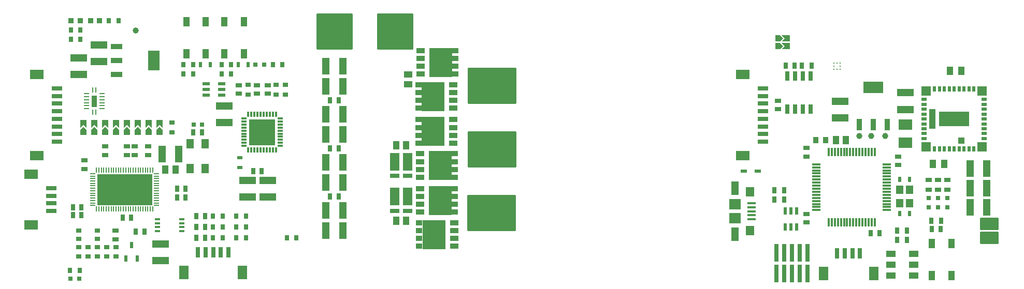
<source format=gtp>
G04*
G04 #@! TF.GenerationSoftware,Altium Limited,Altium Designer,21.0.8 (223)*
G04*
G04 Layer_Color=8421504*
%FSLAX25Y25*%
%MOIN*%
G70*
G04*
G04 #@! TF.SameCoordinates,386B6A0C-B290-4CC1-8F2B-2C95A909E97D*
G04*
G04*
G04 #@! TF.FilePolarity,Positive*
G04*
G01*
G75*
%ADD10C,0.03937*%
%ADD11R,0.03937X0.03150*%
%ADD12R,0.03150X0.03150*%
G04:AMPARAMS|DCode=13|XSize=118.11mil|YSize=78.74mil|CornerRadius=3.94mil|HoleSize=0mil|Usage=FLASHONLY|Rotation=0.000|XOffset=0mil|YOffset=0mil|HoleType=Round|Shape=RoundedRectangle|*
%AMROUNDEDRECTD13*
21,1,0.11811,0.07087,0,0,0.0*
21,1,0.11024,0.07874,0,0,0.0*
1,1,0.00787,0.05512,-0.03543*
1,1,0.00787,-0.05512,-0.03543*
1,1,0.00787,-0.05512,0.03543*
1,1,0.00787,0.05512,0.03543*
%
%ADD13ROUNDEDRECTD13*%
%ADD14R,0.02756X0.07087*%
%ADD15R,0.06299X0.08661*%
%ADD16R,0.08661X0.06299*%
%ADD17R,0.07087X0.02756*%
%ADD18R,0.03937X0.06102*%
%ADD19R,0.04528X0.05512*%
%ADD20R,0.01173X0.05807*%
%ADD21R,0.05807X0.01173*%
%ADD22C,0.01181*%
%ADD23R,0.04134X0.05512*%
%ADD24R,0.12598X0.07480*%
%ADD25R,0.03543X0.07480*%
%ADD26R,0.03937X0.12992*%
%ADD27R,0.04409X0.04134*%
%ADD28R,0.19685X0.09252*%
%ADD29R,0.03740X0.01968*%
%ADD30R,0.06496X0.06496*%
%ADD31R,0.01968X0.03740*%
%ADD32R,0.11102X0.05118*%
%ADD33R,0.08858X0.06890*%
%ADD34R,0.05118X0.11102*%
%ADD35R,0.02559X0.11221*%
%ADD36R,0.03150X0.03937*%
%ADD37R,0.02362X0.04528*%
%ADD38R,0.03858X0.03071*%
%ADD39R,0.03071X0.03858*%
%ADD40R,0.02559X0.06004*%
%ADD41R,0.05315X0.01575*%
%ADD42R,0.05512X0.06299*%
%ADD43R,0.05118X0.09055*%
%ADD44R,0.07480X0.07087*%
%ADD45R,0.04016X0.05787*%
%ADD46R,0.02126X0.03701*%
%ADD47R,0.04134X0.01968*%
%ADD48R,0.03543X0.03937*%
%ADD49R,0.06299X0.03937*%
%ADD57R,0.03150X0.03150*%
%ADD58R,0.03150X0.03740*%
%ADD59R,0.05709X0.03347*%
%ADD60R,0.04134X0.03347*%
%ADD61R,0.14764X0.18504*%
%ADD62R,0.03701X0.02126*%
%ADD63R,0.05886X0.11614*%
%ADD64R,0.05886X0.02756*%
G04:AMPARAMS|DCode=65|XSize=236.22mil|YSize=236.22mil|CornerRadius=11.81mil|HoleSize=0mil|Usage=FLASHONLY|Rotation=0.000|XOffset=0mil|YOffset=0mil|HoleType=Round|Shape=RoundedRectangle|*
%AMROUNDEDRECTD65*
21,1,0.23622,0.21260,0,0,0.0*
21,1,0.21260,0.23622,0,0,0.0*
1,1,0.02362,0.10630,-0.10630*
1,1,0.02362,-0.10630,-0.10630*
1,1,0.02362,-0.10630,0.10630*
1,1,0.02362,0.10630,0.10630*
%
%ADD65ROUNDEDRECTD65*%
%ADD66R,0.02362X0.04331*%
G04:AMPARAMS|DCode=67|XSize=314.96mil|YSize=236.22mil|CornerRadius=11.81mil|HoleSize=0mil|Usage=FLASHONLY|Rotation=180.000|XOffset=0mil|YOffset=0mil|HoleType=Round|Shape=RoundedRectangle|*
%AMROUNDEDRECTD67*
21,1,0.31496,0.21260,0,0,180.0*
21,1,0.29134,0.23622,0,0,180.0*
1,1,0.02362,-0.14567,0.10630*
1,1,0.02362,0.14567,0.10630*
1,1,0.02362,0.14567,-0.10630*
1,1,0.02362,-0.14567,-0.10630*
%
%ADD67ROUNDEDRECTD67*%
%ADD68R,0.04528X0.02362*%
%ADD69R,0.03543X0.07480*%
%ADD70R,0.00945X0.03543*%
%ADD71R,0.03543X0.00945*%
%ADD72R,0.01181X0.03543*%
%ADD73R,0.03543X0.01181*%
%ADD74R,0.16732X0.16732*%
%ADD75R,0.03740X0.01772*%
%ADD76R,0.03740X0.03150*%
%ADD77R,0.35827X0.20079*%
%ADD78R,0.00787X0.03347*%
%ADD79R,0.03347X0.00787*%
%ADD80R,0.07480X0.12598*%
%ADD81R,0.07480X0.03543*%
%ADD82R,0.02559X0.02756*%
%ADD83R,0.05787X0.04016*%
%ADD84R,0.03543X0.03740*%
%ADD85R,0.03701X0.03150*%
%ADD86R,0.05118X0.06299*%
G36*
X713797Y443465D02*
X708482D01*
X710450Y445433D01*
X708482Y447402D01*
X713797D01*
Y443465D01*
D02*
G37*
G36*
X709466Y445433D02*
X707497Y443465D01*
X704348D01*
Y447402D01*
X707497D01*
X709466Y445433D01*
D02*
G37*
G36*
X713797Y438465D02*
X708482D01*
X710450Y440433D01*
X708482Y442402D01*
X713797D01*
Y438465D01*
D02*
G37*
G36*
X709466Y440433D02*
X707497Y438465D01*
X704348D01*
Y442402D01*
X707497D01*
X709466Y440433D01*
D02*
G37*
G36*
X310129Y387665D02*
X308160Y389633D01*
X306192Y387664D01*
X306192Y392657D01*
X310129D01*
X310129Y387665D01*
D02*
G37*
G36*
X303129D02*
X301160Y389633D01*
X299192Y387664D01*
X299192Y392657D01*
X303129D01*
X303129Y387665D01*
D02*
G37*
G36*
X296129D02*
X294160Y389633D01*
X292192Y387664D01*
X292192Y392657D01*
X296129D01*
X296129Y387665D01*
D02*
G37*
G36*
X289129D02*
X287160Y389633D01*
X285192Y387664D01*
X285192Y392657D01*
X289129D01*
X289129Y387665D01*
D02*
G37*
G36*
X282129D02*
X280160Y389633D01*
X278192Y387664D01*
X278192Y392657D01*
X282129D01*
X282129Y387665D01*
D02*
G37*
G36*
X275129D02*
X273160Y389633D01*
X271192Y387664D01*
X271192Y392657D01*
X275129D01*
X275129Y387665D01*
D02*
G37*
G36*
X268129D02*
X266160Y389633D01*
X264192Y387664D01*
X264192Y392657D01*
X268129D01*
X268129Y387665D01*
D02*
G37*
G36*
X261129D02*
X259160Y389633D01*
X257192Y387664D01*
X257192Y392657D01*
X261129D01*
X261129Y387665D01*
D02*
G37*
G36*
X310129Y386358D02*
Y383209D01*
X306192D01*
Y386358D01*
X308160Y388327D01*
X310129Y386358D01*
D02*
G37*
G36*
X303129D02*
Y383209D01*
X299192D01*
Y386358D01*
X301160Y388327D01*
X303129Y386358D01*
D02*
G37*
G36*
X296129D02*
Y383209D01*
X292192D01*
Y386358D01*
X294160Y388327D01*
X296129Y386358D01*
D02*
G37*
G36*
X289129D02*
Y383209D01*
X285192D01*
Y386358D01*
X287160Y388327D01*
X289129Y386358D01*
D02*
G37*
G36*
X282129D02*
Y383209D01*
X278192D01*
Y386358D01*
X280160Y388327D01*
X282129Y386358D01*
D02*
G37*
G36*
X275129D02*
Y383209D01*
X271192D01*
Y386358D01*
X273160Y388327D01*
X275129Y386358D01*
D02*
G37*
G36*
X268129D02*
Y383209D01*
X264192D01*
Y386358D01*
X266160Y388327D01*
X268129Y386358D01*
D02*
G37*
G36*
X261129D02*
Y383209D01*
X257192D01*
Y386358D01*
X259160Y388327D01*
X261129Y386358D01*
D02*
G37*
D10*
X775072Y382433D02*
D03*
X758572D02*
D03*
X766072D02*
D03*
X292660Y450433D02*
D03*
D11*
X815072Y347783D02*
D03*
Y354083D02*
D03*
X809072Y347783D02*
D03*
Y354083D02*
D03*
X803072Y347783D02*
D03*
Y354083D02*
D03*
D12*
X815072Y336480D02*
D03*
Y342386D02*
D03*
X809072Y336480D02*
D03*
Y342386D02*
D03*
X803065Y336543D02*
D03*
Y342449D02*
D03*
D13*
X842072Y316933D02*
D03*
Y325933D02*
D03*
D14*
X744190Y306776D02*
D03*
X749112D02*
D03*
X754033D02*
D03*
X758954D02*
D03*
X332818Y307457D02*
D03*
X337739D02*
D03*
X342660D02*
D03*
X347581D02*
D03*
X352503D02*
D03*
D15*
X767812Y293783D02*
D03*
X735332D02*
D03*
X361361Y294465D02*
D03*
X323959D02*
D03*
D16*
X683572Y422016D02*
D03*
Y369850D02*
D03*
X225511Y357673D02*
D03*
Y325193D02*
D03*
X229160Y369850D02*
D03*
Y422016D02*
D03*
D17*
X696564Y378709D02*
D03*
Y383630D02*
D03*
Y388551D02*
D03*
Y393472D02*
D03*
Y398394D02*
D03*
Y403315D02*
D03*
Y408236D02*
D03*
Y413158D02*
D03*
X238503Y334051D02*
D03*
Y338972D02*
D03*
Y343894D02*
D03*
Y348815D02*
D03*
X242152Y413158D02*
D03*
Y408236D02*
D03*
Y403315D02*
D03*
Y398394D02*
D03*
Y393472D02*
D03*
Y388551D02*
D03*
Y383630D02*
D03*
Y378709D02*
D03*
D18*
X805273Y292598D02*
D03*
Y313268D02*
D03*
X817871Y292598D02*
D03*
Y313268D02*
D03*
X325361Y435598D02*
D03*
Y456268D02*
D03*
X337959Y435598D02*
D03*
Y456268D02*
D03*
X362459D02*
D03*
Y435598D02*
D03*
X349861Y456268D02*
D03*
Y435598D02*
D03*
D19*
X790722Y339102D02*
D03*
Y347764D02*
D03*
X784423D02*
D03*
Y339102D02*
D03*
D20*
X768336Y326842D02*
D03*
X766367D02*
D03*
X764399D02*
D03*
X762430D02*
D03*
X760462D02*
D03*
X758494D02*
D03*
X756525D02*
D03*
X754556D02*
D03*
X752588D02*
D03*
X750619D02*
D03*
X748651D02*
D03*
X746682D02*
D03*
X744714D02*
D03*
X742745D02*
D03*
X740777D02*
D03*
X738808D02*
D03*
Y372024D02*
D03*
X740777D02*
D03*
X742745D02*
D03*
X744714D02*
D03*
X746682D02*
D03*
X748651D02*
D03*
X750619D02*
D03*
X752588D02*
D03*
X754556D02*
D03*
X756525D02*
D03*
X758494D02*
D03*
X760462D02*
D03*
X762430D02*
D03*
X764399D02*
D03*
X766367D02*
D03*
X768336D02*
D03*
D21*
X730982Y334669D02*
D03*
Y336638D02*
D03*
Y338606D02*
D03*
Y340575D02*
D03*
Y342543D02*
D03*
Y344512D02*
D03*
Y346480D02*
D03*
Y348449D02*
D03*
Y350417D02*
D03*
Y352386D02*
D03*
Y354354D02*
D03*
Y356323D02*
D03*
Y358291D02*
D03*
Y360260D02*
D03*
Y362228D02*
D03*
Y364197D02*
D03*
X776163D02*
D03*
Y362228D02*
D03*
Y360260D02*
D03*
Y358291D02*
D03*
Y356323D02*
D03*
Y354354D02*
D03*
Y352386D02*
D03*
Y350417D02*
D03*
Y348449D02*
D03*
Y346480D02*
D03*
Y344512D02*
D03*
Y342543D02*
D03*
Y340575D02*
D03*
Y338606D02*
D03*
Y336638D02*
D03*
Y334669D02*
D03*
D22*
X746041Y429402D02*
D03*
Y427433D02*
D03*
Y425465D02*
D03*
X744072Y429402D02*
D03*
Y425465D02*
D03*
X742104Y429402D02*
D03*
Y427433D02*
D03*
Y425465D02*
D03*
X712072Y445433D02*
D03*
X706072D02*
D03*
X712072Y440433D02*
D03*
X706072D02*
D03*
X308160Y390933D02*
D03*
Y384933D02*
D03*
X280160Y390933D02*
D03*
Y384933D02*
D03*
X301160Y390933D02*
D03*
Y384933D02*
D03*
X294160Y390933D02*
D03*
Y384933D02*
D03*
X287160Y390933D02*
D03*
Y384933D02*
D03*
X273160Y390933D02*
D03*
Y384933D02*
D03*
X266160Y390933D02*
D03*
Y384933D02*
D03*
X259160Y390933D02*
D03*
Y384933D02*
D03*
D23*
X816832Y424433D02*
D03*
X824312D02*
D03*
X805832Y364433D02*
D03*
X813312D02*
D03*
D24*
X767572Y413941D02*
D03*
D25*
X776627Y389925D02*
D03*
X767572D02*
D03*
X758517D02*
D03*
D26*
X805399Y393433D02*
D03*
D27*
X824245Y379358D02*
D03*
D28*
X819572Y393433D02*
D03*
D29*
X838962Y406032D02*
D03*
Y402882D02*
D03*
Y399732D02*
D03*
Y396583D02*
D03*
Y393433D02*
D03*
Y390283D02*
D03*
Y387134D02*
D03*
Y383984D02*
D03*
Y380835D02*
D03*
X800182D02*
D03*
Y383984D02*
D03*
Y387134D02*
D03*
Y390283D02*
D03*
Y393433D02*
D03*
Y396583D02*
D03*
Y399732D02*
D03*
Y402882D02*
D03*
Y406032D02*
D03*
D30*
X837584Y375421D02*
D03*
X801560D02*
D03*
Y411445D02*
D03*
X837584D02*
D03*
D31*
X832171Y374043D02*
D03*
X829021D02*
D03*
X825871D02*
D03*
X822722D02*
D03*
X819572D02*
D03*
X816423D02*
D03*
X813273D02*
D03*
X810123D02*
D03*
X806974D02*
D03*
Y412823D02*
D03*
X810123D02*
D03*
X813273D02*
D03*
X816423D02*
D03*
X819572D02*
D03*
X822722D02*
D03*
X825871D02*
D03*
X829021D02*
D03*
X832171D02*
D03*
D32*
X788072Y410287D02*
D03*
Y399579D02*
D03*
X746072Y394079D02*
D03*
Y404787D02*
D03*
X308660Y302079D02*
D03*
Y312787D02*
D03*
X349660Y401787D02*
D03*
Y391079D02*
D03*
X268986Y441064D02*
D03*
Y430356D02*
D03*
X256160Y422079D02*
D03*
Y432787D02*
D03*
X364660Y343079D02*
D03*
Y353787D02*
D03*
X377660D02*
D03*
Y343079D02*
D03*
D33*
X788072Y378028D02*
D03*
Y389839D02*
D03*
D34*
X840427Y336433D02*
D03*
X829718D02*
D03*
X840427Y348933D02*
D03*
X829718D02*
D03*
X840427Y361433D02*
D03*
X829718D02*
D03*
X426014Y321433D02*
D03*
X415306D02*
D03*
X426014Y334433D02*
D03*
X415306D02*
D03*
X426014Y365433D02*
D03*
X415306D02*
D03*
X426014Y352433D02*
D03*
X415306D02*
D03*
X426014Y383433D02*
D03*
X415306D02*
D03*
X320514Y370933D02*
D03*
X309806D02*
D03*
X415306Y414433D02*
D03*
X426014D02*
D03*
X415306Y427433D02*
D03*
X426014D02*
D03*
X415306Y396433D02*
D03*
X426014D02*
D03*
D35*
X725072Y307028D02*
D03*
Y293839D02*
D03*
X720072Y307028D02*
D03*
Y293839D02*
D03*
X715072Y307028D02*
D03*
Y293839D02*
D03*
X710072Y307028D02*
D03*
Y293839D02*
D03*
X705072Y307028D02*
D03*
Y293839D02*
D03*
D36*
X804923Y327933D02*
D03*
X811222D02*
D03*
X727722Y427933D02*
D03*
X721423D02*
D03*
X703923Y347433D02*
D03*
X710222D02*
D03*
X703923Y341433D02*
D03*
X710222D02*
D03*
X789222Y315433D02*
D03*
X782923D02*
D03*
X789222Y321433D02*
D03*
X782923D02*
D03*
D37*
X710832Y334051D02*
D03*
X714572D02*
D03*
X718312D02*
D03*
Y323815D02*
D03*
X714572D02*
D03*
X710832D02*
D03*
D38*
X724572Y326677D02*
D03*
Y332189D02*
D03*
X706072Y405189D02*
D03*
Y399677D02*
D03*
X724572Y369177D02*
D03*
Y374689D02*
D03*
X783572Y363677D02*
D03*
Y369189D02*
D03*
X279660Y315921D02*
D03*
Y321433D02*
D03*
X370660Y415189D02*
D03*
Y409677D02*
D03*
X359160Y415189D02*
D03*
Y409677D02*
D03*
X259660Y361177D02*
D03*
Y366689D02*
D03*
X300660Y370177D02*
D03*
Y375689D02*
D03*
X287160D02*
D03*
Y370177D02*
D03*
X292160D02*
D03*
Y375689D02*
D03*
X273160Y370177D02*
D03*
Y375689D02*
D03*
X377660Y415189D02*
D03*
Y409677D02*
D03*
D39*
X711316Y427933D02*
D03*
X716828D02*
D03*
X765816Y319933D02*
D03*
X771328D02*
D03*
X810828Y322433D02*
D03*
X805316D02*
D03*
X417904Y343433D02*
D03*
X423416D02*
D03*
X289916Y329933D02*
D03*
X284404D02*
D03*
X417904Y374433D02*
D03*
X423416D02*
D03*
Y405433D02*
D03*
X417904D02*
D03*
X368404Y359933D02*
D03*
X373916D02*
D03*
X298416Y320933D02*
D03*
X292904D02*
D03*
X331979Y316933D02*
D03*
X337491D02*
D03*
X324916Y342933D02*
D03*
X319404D02*
D03*
X252404Y336433D02*
D03*
X257916D02*
D03*
X324916Y348433D02*
D03*
X319404D02*
D03*
X252404Y331433D02*
D03*
X257916D02*
D03*
X329904Y384933D02*
D03*
X335416D02*
D03*
X337491Y330933D02*
D03*
X331979D02*
D03*
X337491Y323933D02*
D03*
X331979D02*
D03*
D40*
X712072Y399756D02*
D03*
X717072D02*
D03*
X722072D02*
D03*
X727072D02*
D03*
Y421110D02*
D03*
X722072D02*
D03*
X717072D02*
D03*
X712072D02*
D03*
D41*
X689104Y328815D02*
D03*
Y339051D02*
D03*
Y336492D02*
D03*
Y333933D02*
D03*
Y331374D02*
D03*
D42*
X688218Y346532D02*
D03*
Y321335D02*
D03*
D43*
X678572Y348697D02*
D03*
Y319169D02*
D03*
D44*
Y338461D02*
D03*
Y329405D02*
D03*
D45*
X749722Y379933D02*
D03*
X743423D02*
D03*
X460471Y327933D02*
D03*
X466849D02*
D03*
Y376433D02*
D03*
X460471D02*
D03*
X318349Y360933D02*
D03*
X311971D02*
D03*
D46*
X784423Y332433D02*
D03*
X790722D02*
D03*
Y354433D02*
D03*
X784423D02*
D03*
X334510Y428433D02*
D03*
X340810D02*
D03*
X365210D02*
D03*
X358910D02*
D03*
D47*
X684092Y359933D02*
D03*
X693052D02*
D03*
D48*
X736722Y379933D02*
D03*
X730423D02*
D03*
D49*
X793356Y292543D02*
D03*
Y299433D02*
D03*
Y306323D02*
D03*
X778789Y292543D02*
D03*
Y299433D02*
D03*
Y306323D02*
D03*
D57*
X369707Y428433D02*
D03*
X375613D02*
D03*
X256613Y290433D02*
D03*
X250707D02*
D03*
D58*
X381011Y428433D02*
D03*
X387310D02*
D03*
X323511D02*
D03*
X329810D02*
D03*
X256810Y295933D02*
D03*
X250511D02*
D03*
X329810Y422433D02*
D03*
X323511D02*
D03*
X357510Y330933D02*
D03*
X363810D02*
D03*
X357510Y316933D02*
D03*
X363810D02*
D03*
X357510Y323933D02*
D03*
X363810D02*
D03*
X281810Y456933D02*
D03*
X275511D02*
D03*
X251010Y444933D02*
D03*
X257310D02*
D03*
X342511Y323933D02*
D03*
X348810D02*
D03*
X342511Y316933D02*
D03*
X348810D02*
D03*
X342511Y330933D02*
D03*
X348810D02*
D03*
X396310Y316933D02*
D03*
X390010D02*
D03*
X251010Y450933D02*
D03*
X257310D02*
D03*
X348010Y422433D02*
D03*
X354310D02*
D03*
Y428433D02*
D03*
X348010D02*
D03*
D59*
X497751Y311354D02*
D03*
Y316433D02*
D03*
Y321433D02*
D03*
Y326512D02*
D03*
X475707Y333354D02*
D03*
Y371012D02*
D03*
Y365933D02*
D03*
Y360933D02*
D03*
Y355854D02*
D03*
Y338433D02*
D03*
Y343433D02*
D03*
Y348512D02*
D03*
X497251Y377854D02*
D03*
Y382933D02*
D03*
Y387933D02*
D03*
Y393012D02*
D03*
Y400354D02*
D03*
Y405433D02*
D03*
Y410433D02*
D03*
Y415512D02*
D03*
X476070Y422354D02*
D03*
Y427433D02*
D03*
Y432433D02*
D03*
Y437512D02*
D03*
D60*
X475310Y326512D02*
D03*
Y321433D02*
D03*
Y316433D02*
D03*
Y311354D02*
D03*
X498148Y355854D02*
D03*
Y360933D02*
D03*
Y365933D02*
D03*
Y371012D02*
D03*
Y348512D02*
D03*
Y343433D02*
D03*
Y338433D02*
D03*
Y333354D02*
D03*
X474810Y393012D02*
D03*
Y387933D02*
D03*
Y382933D02*
D03*
Y377854D02*
D03*
Y415512D02*
D03*
Y410433D02*
D03*
Y405433D02*
D03*
Y400354D02*
D03*
X498511Y437512D02*
D03*
Y432433D02*
D03*
Y427433D02*
D03*
Y422354D02*
D03*
D61*
X484798Y318933D02*
D03*
X488660Y363433D02*
D03*
Y340933D02*
D03*
X484298Y385433D02*
D03*
Y407933D02*
D03*
X489022Y429933D02*
D03*
D62*
X359660Y368583D02*
D03*
Y362283D02*
D03*
D63*
X459369Y343433D02*
D03*
X467660D02*
D03*
Y365933D02*
D03*
X459369D02*
D03*
D64*
X467660Y334279D02*
D03*
X459369D02*
D03*
Y356780D02*
D03*
X467660D02*
D03*
D65*
X459660Y449933D02*
D03*
X420660D02*
D03*
D66*
X290160Y312264D02*
D03*
X293900Y303602D02*
D03*
X286420D02*
D03*
D67*
X522160Y414933D02*
D03*
Y373933D02*
D03*
X521660Y332933D02*
D03*
D68*
X348278Y416173D02*
D03*
Y412433D02*
D03*
Y408693D02*
D03*
X338042D02*
D03*
Y412433D02*
D03*
Y416173D02*
D03*
D69*
X266160Y404933D02*
D03*
D70*
X265176Y412020D02*
D03*
Y397847D02*
D03*
X267144D02*
D03*
Y412020D02*
D03*
D71*
X261042Y409854D02*
D03*
Y407886D02*
D03*
Y405917D02*
D03*
Y403949D02*
D03*
Y401980D02*
D03*
Y400012D02*
D03*
X271278D02*
D03*
Y401980D02*
D03*
Y403949D02*
D03*
Y405917D02*
D03*
Y407886D02*
D03*
Y409854D02*
D03*
D72*
X365302Y373319D02*
D03*
X367270D02*
D03*
X369239D02*
D03*
X371207D02*
D03*
X373176D02*
D03*
X375144D02*
D03*
X377113D02*
D03*
X379081D02*
D03*
X381050D02*
D03*
X383018D02*
D03*
Y396547D02*
D03*
X381050D02*
D03*
X379081D02*
D03*
X377113D02*
D03*
X375144D02*
D03*
X373176D02*
D03*
X371207D02*
D03*
X369239D02*
D03*
X367270D02*
D03*
X365302D02*
D03*
D73*
X385774Y376075D02*
D03*
Y378043D02*
D03*
Y380012D02*
D03*
Y381980D02*
D03*
Y383949D02*
D03*
Y385917D02*
D03*
Y387886D02*
D03*
Y389854D02*
D03*
Y391823D02*
D03*
Y393791D02*
D03*
X362546D02*
D03*
Y391823D02*
D03*
Y389854D02*
D03*
Y387886D02*
D03*
Y385917D02*
D03*
Y383949D02*
D03*
Y381980D02*
D03*
Y380012D02*
D03*
Y378043D02*
D03*
Y376075D02*
D03*
D74*
X374160Y384933D02*
D03*
D75*
X306959Y321094D02*
D03*
Y323654D02*
D03*
Y326213D02*
D03*
Y328772D02*
D03*
X322511D02*
D03*
Y326213D02*
D03*
Y323654D02*
D03*
Y321094D02*
D03*
D76*
X280160Y304634D02*
D03*
Y310933D02*
D03*
X268160D02*
D03*
Y304634D02*
D03*
X389160Y415583D02*
D03*
Y409283D02*
D03*
X316160Y384784D02*
D03*
Y391083D02*
D03*
X274160Y310933D02*
D03*
Y304634D02*
D03*
X262160D02*
D03*
Y310933D02*
D03*
X256160Y304634D02*
D03*
Y310933D02*
D03*
X383160Y409283D02*
D03*
Y415583D02*
D03*
X365160D02*
D03*
Y409283D02*
D03*
D77*
X285660Y347933D02*
D03*
D78*
X267550Y360531D02*
D03*
X269125D02*
D03*
X270700D02*
D03*
X272274D02*
D03*
X273849D02*
D03*
X275424D02*
D03*
X276999D02*
D03*
X278573D02*
D03*
X280148D02*
D03*
X281723D02*
D03*
X283298D02*
D03*
X284873D02*
D03*
X286448D02*
D03*
X288022D02*
D03*
X289597D02*
D03*
X291172D02*
D03*
X292747D02*
D03*
X294321D02*
D03*
X295896D02*
D03*
X297471D02*
D03*
X299046D02*
D03*
X300621D02*
D03*
X302196D02*
D03*
X303770D02*
D03*
Y335335D02*
D03*
X302196D02*
D03*
X300621D02*
D03*
X299046D02*
D03*
X297471D02*
D03*
X295896D02*
D03*
X294321D02*
D03*
X292747D02*
D03*
X291172D02*
D03*
X289597D02*
D03*
X288022D02*
D03*
X286448D02*
D03*
X284873D02*
D03*
X283298D02*
D03*
X281723D02*
D03*
X280148D02*
D03*
X278573D02*
D03*
X276999D02*
D03*
X275424D02*
D03*
X273849D02*
D03*
X272274D02*
D03*
X270700D02*
D03*
X269125D02*
D03*
X267550D02*
D03*
D79*
X306133Y358169D02*
D03*
Y356594D02*
D03*
Y355020D02*
D03*
Y353445D02*
D03*
Y351870D02*
D03*
Y350295D02*
D03*
Y348721D02*
D03*
Y347146D02*
D03*
Y345571D02*
D03*
Y343996D02*
D03*
Y342421D02*
D03*
Y340846D02*
D03*
Y339272D02*
D03*
Y337697D02*
D03*
X265188D02*
D03*
Y339272D02*
D03*
Y340846D02*
D03*
Y342421D02*
D03*
Y343996D02*
D03*
Y345571D02*
D03*
Y347146D02*
D03*
Y348721D02*
D03*
Y350295D02*
D03*
Y351870D02*
D03*
Y353445D02*
D03*
Y355020D02*
D03*
Y356594D02*
D03*
Y358169D02*
D03*
D80*
X304448Y431213D02*
D03*
D81*
X280432Y422157D02*
D03*
Y431213D02*
D03*
Y440268D02*
D03*
D82*
X330003Y389933D02*
D03*
X335318D02*
D03*
D83*
X468160Y415744D02*
D03*
Y422122D02*
D03*
D84*
X257113Y456933D02*
D03*
X251207D02*
D03*
X269613D02*
D03*
X263707D02*
D03*
D85*
X256160Y321433D02*
D03*
Y316158D02*
D03*
X268160Y321433D02*
D03*
Y316158D02*
D03*
D86*
X337581Y377307D02*
D03*
Y361559D02*
D03*
X327739D02*
D03*
Y377307D02*
D03*
M02*

</source>
